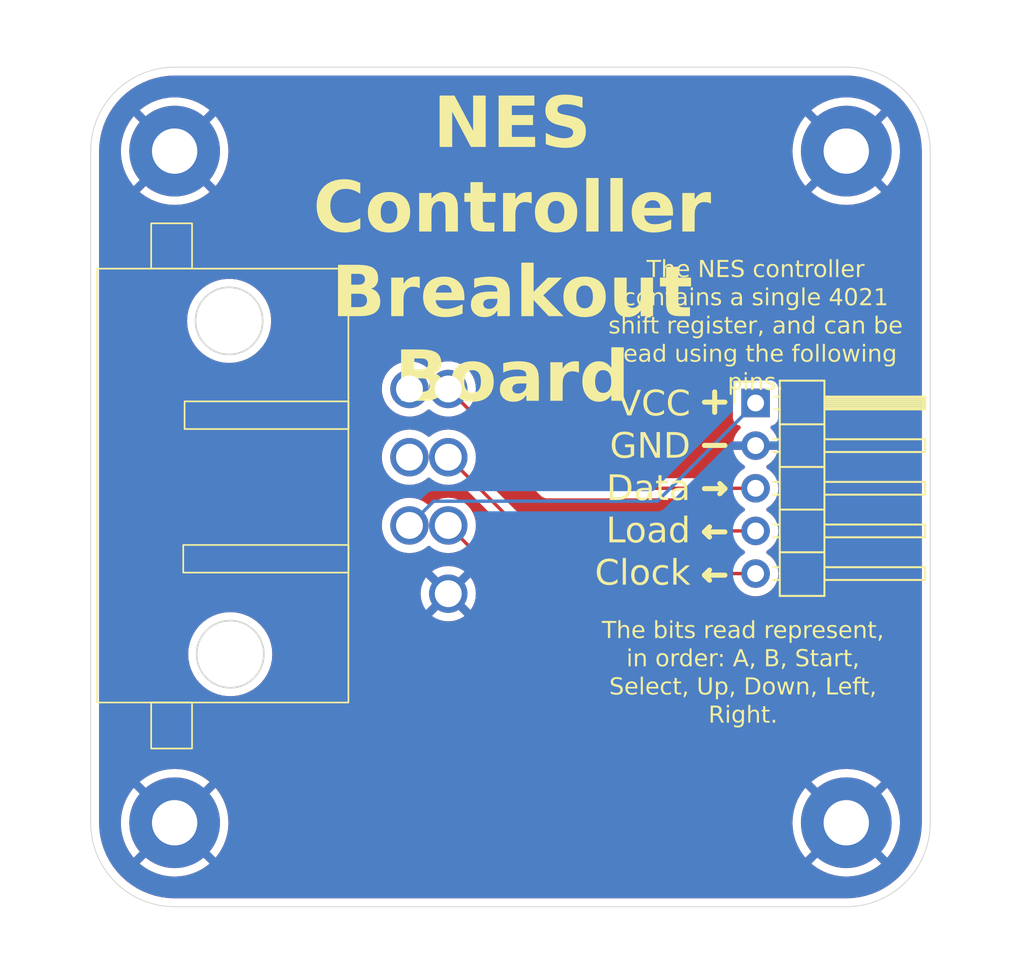
<source format=kicad_pcb>
(kicad_pcb (version 20240108) (generator "pcbnew") (generator_version "8.0")
  (layers (0 "F.Cu" signal) (31 "B.Cu" signal) (34 "B.Paste" user) (35 "F.Paste" user) (36 "B.SilkS" user "B.Silkscreen") (37 "F.SilkS" user "F.Silkscreen") (38 "B.Mask" user) (39 "F.Mask" user) (44 "Edge.Cuts" user))
  (net 0 "")
  (net 3 "GND")
  (net 4 "VCC")
  (net 5 "Data")
  (net 6 "Load")
  (net 7 "Clock")
  (footprint "NES_Controller_Port:NES_Controller_Port" (layer "F.Cu") (at 147.25 120 90)
    (property "Reference" "J1" (hide yes))
    (property "Value" "~")
    (fp_rect (start -12.838126 -14.968295) (end 13 0) (stroke (width 0.1)) (fill none) (layer "F.SilkS"))
    (fp_rect (start 13.003859 -11.74657) (end 15.69914 -9.312) (stroke (width 0.1)) (fill none) (layer "F.SilkS"))
    (fp_rect (start -15.578692 -11.74657) (end -12.836209 -9.312) (stroke (width 0.1)) (fill none) (layer "F.SilkS"))
    (fp_rect (start -5.102064 -9.837307) (end -3.456334 0.001888) (stroke (width 0.1)) (fill none) (layer "F.SilkS"))
    (fp_rect (start 3.449278 -9.756635) (end 5.095008 -0.000001) (stroke (width 0.1)) (fill none) (layer "F.SilkS"))
    (fp_circle (center 9.88992 -7.10518) (end 11.88992 -7.10518) (stroke (width 0.1)) (fill none) (layer "Edge.Cuts"))
    (fp_circle (center -9.961073 -7.037432) (end -7.961073 -7.037432) (stroke (width 0.1)) (fill none) (layer "Edge.Cuts"))
    (pad "1" thru_hole circle (at -6.357655 5.946653 90) (size 2.286 2.286) (drill 1.6002) (layers "*.Cu" "*.Mask") (net 3 "GND"))
    (pad "2" thru_hole circle (at -2.293655 5.946653 90) (size 2.286 2.286) (drill 1.6002) (layers "*.Cu" "*.Mask") (net 7 "Clock"))
    (pad "3" thru_hole circle (at 1.770345 5.946653 90) (size 2.286 2.286) (drill 1.6002) (layers "*.Cu" "*.Mask") (net 6 "Load"))
    (pad "4" thru_hole circle (at 5.834345 5.946653 90) (size 2.286 2.286) (drill 1.6002) (layers "*.Cu" "*.Mask") (net 5 "Data"))
    (pad "5" thru_hole circle (at 5.834345 3.635253 90) (size 2.286 2.286) (drill 1.6002) (layers "*.Cu" "*.Mask"))
    (pad "6" thru_hole circle (at 1.770345 3.635253 90) (size 2.286 2.286) (drill 1.6002) (layers "*.Cu" "*.Mask"))
    (pad "7" thru_hole circle (at -2.293655 3.635253 90) (size 2.286 2.286) (drill 1.6002) (layers "*.Cu" "*.Mask") (net 4 "VCC"))
  )
  (footprint "MountingHole:MountingHole_2.7mm_M2.5_Pad" (layer "F.Cu") (at 136.900426 100)
    (property "Reference" "H2" (hide yes))
    (property "Value" "MountingHole_Pad")
    (pad "1" thru_hole circle (at 0 0) (size 5.4 5.4) (drill 2.7) (layers "*.Cu" "*.Mask") (net 3 "GND"))
  )
  (footprint "Connector_PinHeader_2.54mm:PinHeader_1x05_P2.54mm_Horizontal" (layer "F.Cu") (at 171.5 115)
    (property "Reference" "J2" (hide yes))
    (property "Value" "Conn_01x05_Socket")
    (fp_line (start -1.27 -1.27) (end 0 -1.27) (stroke (width 0.12)) (layer "F.SilkS"))
    (fp_line (start -1.27 0) (end -1.27 -1.27) (stroke (width 0.12)) (layer "F.SilkS"))
    (fp_line (start 1.042929 2.16) (end 1.44 2.16) (stroke (width 0.12)) (layer "F.SilkS"))
    (fp_line (start 1.042929 2.92) (end 1.44 2.92) (stroke (width 0.12)) (layer "F.SilkS"))
    (fp_line (start 1.042929 4.7) (end 1.44 4.7) (stroke (width 0.12)) (layer "F.SilkS"))
    (fp_line (start 1.042929 5.46) (end 1.44 5.46) (stroke (width 0.12)) (layer "F.SilkS"))
    (fp_line (start 1.042929 7.24) (end 1.44 7.24) (stroke (width 0.12)) (layer "F.SilkS"))
    (fp_line (start 1.042929 8) (end 1.44 8) (stroke (width 0.12)) (layer "F.SilkS"))
    (fp_line (start 1.042929 9.78) (end 1.44 9.78) (stroke (width 0.12)) (layer "F.SilkS"))
    (fp_line (start 1.042929 10.54) (end 1.44 10.54) (stroke (width 0.12)) (layer "F.SilkS"))
    (fp_line (start 1.11 -0.38) (end 1.44 -0.38) (stroke (width 0.12)) (layer "F.SilkS"))
    (fp_line (start 1.11 0.38) (end 1.44 0.38) (stroke (width 0.12)) (layer "F.SilkS"))
    (fp_line (start 1.44 -1.33) (end 1.44 11.49) (stroke (width 0.12)) (layer "F.SilkS"))
    (fp_line (start 1.44 1.27) (end 4.1 1.27) (stroke (width 0.12)) (layer "F.SilkS"))
    (fp_line (start 1.44 3.81) (end 4.1 3.81) (stroke (width 0.12)) (layer "F.SilkS"))
    (fp_line (start 1.44 6.35) (end 4.1 6.35) (stroke (width 0.12)) (layer "F.SilkS"))
    (fp_line (start 1.44 8.89) (end 4.1 8.89) (stroke (width 0.12)) (layer "F.SilkS"))
    (fp_line (start 1.44 11.49) (end 4.1 11.49) (stroke (width 0.12)) (layer "F.SilkS"))
    (fp_line (start 4.1 -1.33) (end 1.44 -1.33) (stroke (width 0.12)) (layer "F.SilkS"))
    (fp_line (start 4.1 -0.38) (end 10.1 -0.38) (stroke (width 0.12)) (layer "F.SilkS"))
    (fp_line (start 4.1 -0.32) (end 10.1 -0.32) (stroke (width 0.12)) (layer "F.SilkS"))
    (fp_line (start 4.1 -0.2) (end 10.1 -0.2) (stroke (width 0.12)) (layer "F.SilkS"))
    (fp_line (start 4.1 -0.08) (end 10.1 -0.08) (stroke (width 0.12)) (layer "F.SilkS"))
    (fp_line (start 4.1 0.04) (end 10.1 0.04) (stroke (width 0.12)) (layer "F.SilkS"))
    (fp_line (start 4.1 0.16) (end 10.1 0.16) (stroke (width 0.12)) (layer "F.SilkS"))
    (fp_line (start 4.1 0.28) (end 10.1 0.28) (stroke (width 0.12)) (layer "F.SilkS"))
    (fp_line (start 4.1 2.16) (end 10.1 2.16) (stroke (width 0.12)) (layer "F.SilkS"))
    (fp_line (start 4.1 4.7) (end 10.1 4.7) (stroke (width 0.12)) (layer "F.SilkS"))
    (fp_line (start 4.1 7.24) (end 10.1 7.24) (stroke (width 0.12)) (layer "F.SilkS"))
    (fp_line (start 4.1 9.78) (end 10.1 9.78) (stroke (width 0.12)) (layer "F.SilkS"))
    (fp_line (start 4.1 11.49) (end 4.1 -1.33) (stroke (width 0.12)) (layer "F.SilkS"))
    (fp_line (start 10.1 -0.38) (end 10.1 0.38) (stroke (width 0.12)) (layer "F.SilkS"))
    (fp_line (start 10.1 0.38) (end 4.1 0.38) (stroke (width 0.12)) (layer "F.SilkS"))
    (fp_line (start 10.1 2.16) (end 10.1 2.92) (stroke (width 0.12)) (layer "F.SilkS"))
    (fp_line (start 10.1 2.92) (end 4.1 2.92) (stroke (width 0.12)) (layer "F.SilkS"))
    (fp_line (start 10.1 4.7) (end 10.1 5.46) (stroke (width 0.12)) (layer "F.SilkS"))
    (fp_line (start 10.1 5.46) (end 4.1 5.46) (stroke (width 0.12)) (layer "F.SilkS"))
    (fp_line (start 10.1 7.24) (end 10.1 8) (stroke (width 0.12)) (layer "F.SilkS"))
    (fp_line (start 10.1 8) (end 4.1 8) (stroke (width 0.12)) (layer "F.SilkS"))
    (fp_line (start 10.1 9.78) (end 10.1 10.54) (stroke (width 0.12)) (layer "F.SilkS"))
    (fp_line (start 10.1 10.54) (end 4.1 10.54) (stroke (width 0.12)) (layer "F.SilkS"))
    (pad "1" thru_hole rect (at 0 0) (size 1.7 1.7) (drill 1) (layers "*.Cu" "*.Mask") (net 4 "VCC"))
    (pad "2" thru_hole oval (at 0 2.54) (size 1.7 1.7) (drill 1) (layers "*.Cu" "*.Mask") (net 3 "GND"))
    (pad "3" thru_hole oval (at 0 5.08) (size 1.7 1.7) (drill 1) (layers "*.Cu" "*.Mask") (net 5 "Data"))
    (pad "4" thru_hole oval (at 0 7.62) (size 1.7 1.7) (drill 1) (layers "*.Cu" "*.Mask") (net 6 "Load"))
    (pad "5" thru_hole oval (at 0 10.16) (size 1.7 1.7) (drill 1) (layers "*.Cu" "*.Mask") (net 7 "Clock"))
  )
  (footprint "MountingHole:MountingHole_2.7mm_M2.5_Pad" (layer "F.Cu") (at 176.900426 100)
    (property "Reference" "H1" (hide yes))
    (property "Value" "MountingHole_Pad")
    (pad "1" thru_hole circle (at 0 0) (size 5.4 5.4) (drill 2.7) (layers "*.Cu" "*.Mask") (net 3 "GND"))
  )
  (footprint "MountingHole:MountingHole_2.7mm_M2.5_Pad" (layer "F.Cu") (at 176.900426 140)
    (property "Reference" "H3" (hide yes))
    (property "Value" "MountingHole_Pad")
    (pad "1" thru_hole circle (at 0 0) (size 5.4 5.4) (drill 2.7) (layers "*.Cu" "*.Mask") (net 3 "GND"))
  )
  (footprint "MountingHole:MountingHole_2.7mm_M2.5_Pad" (layer "F.Cu") (at 136.900426 140)
    (property "Reference" "H4" (hide yes))
    (property "Value" "MountingHole_Pad")
    (pad "1" thru_hole circle (at 0 0) (size 5.4 5.4) (drill 2.7) (layers "*.Cu" "*.Mask") (net 3 "GND"))
  )
  (gr_arc (start 181.900426 140) (mid 180.43596 143.535534) (end 176.900426 145) (stroke (width 0.05)) (layer "Edge.Cuts"))
  (gr_arc (start 131.900426 100) (mid 133.364892 96.464466) (end 136.900426 95) (stroke (width 0.05)) (layer "Edge.Cuts"))
  (gr_arc (start 176.900426 95) (mid 180.43596 96.464466) (end 181.900426 100) (stroke (width 0.05)) (layer "Edge.Cuts"))
  (gr_line (start 136.900426 145) (end 176.900426 145) (stroke (width 0.05)) (layer "Edge.Cuts"))
  (gr_line (start 176.900426 95) (end 136.900426 95) (stroke (width 0.05)) (layer "Edge.Cuts"))
  (gr_arc (start 136.900426 145) (mid 133.364892 143.535534) (end 131.900426 140) (stroke (width 0.05)) (layer "Edge.Cuts"))
  (gr_line (start 131.900426 100) (end 131.900426 140) (stroke (width 0.05)) (layer "Edge.Cuts"))
  (gr_line (start 181.900426 140) (end 181.900426 100) (stroke (width 0.05)) (layer "Edge.Cuts"))
  (gr_text "VCC\nGND\nData\nLoad\nClock" (at 167.625 126.075 0) (layer "F.SilkS") (effects (font (size 1.5 1.5)) (justify right bottom)))
  (gr_text "+\n-\n→\n←\n←" (at 167.875 126.075 0) (layer "F.SilkS") (effects (font (size 1.6 1.6) (thickness 0.3) (bold yes)) (justify left bottom)))
  (gr_text_box "The bits read represent, in order: A, B, Start, Select, Up, Down, Left, Right.\n" (start 160.875 127.25) (end 180.625 135.5) (layer "F.SilkS") (effects (font (size 1 1) (thickness 0.1)) (justify top)) (border no))
  (gr_text_box "The NES controller contains a single 4021 shift register, and can be read using the following pins.\n" (start 161.375 105.75) (end 181.625 114) (layer "F.SilkS") (effects (font (size 1 1) (thickness 0.1)) (justify top)) (border no))
  (gr_text_box "NES Controller Breakout Board" (start 138.4375 94.5) (end 175.5625 103.75) (layer "F.SilkS") (effects (font (size 3 3) (thickness 0.2) (bold yes)) (justify top)) (border no))
  (segment (start 165.649345 120.850655) (end 171.5 115) (width 0.2) (layer "B.Cu") (net 4))
  (segment (start 150.885253 122.293655) (end 152.328253 120.850655) (width 0.2) (layer "B.Cu") (net 4))
  (segment (start 152.328253 120.850655) (end 165.649345 120.850655) (width 0.2) (layer "B.Cu") (net 4))
  (segment (start 159.110998 120.08) (end 153.196653 114.165655) (width 0.2) (layer "F.Cu") (net 5))
  (segment (start 171.5 120.08) (end 159.110998 120.08) (width 0.2) (layer "F.Cu") (net 5))
  (segment (start 157.586998 122.62) (end 153.196653 118.229655) (width 0.2) (layer "F.Cu") (net 6))
  (segment (start 171.5 122.62) (end 157.586998 122.62) (width 0.2) (layer "F.Cu") (net 6))
  (segment (start 171.5 125.16) (end 156.062998 125.16) (width 0.2) (layer "F.Cu") (net 7))
  (segment (start 156.062998 125.16) (end 153.196653 122.293655) (width 0.2) (layer "F.Cu") (net 7))
  (zone (net 3) (net_name "GND") (layers "F&B.Cu") (connect_pads (clearance 0.5)) (min_thickness 0.25) (fill yes (thermal_gap 0.5) (thermal_bridge_width 0.5))
    (polygon (pts (xy 128 92.75) (xy 126.5 148.5) (xy 187.5 147.5) (xy 186.5 91)))
  )
)
</source>
